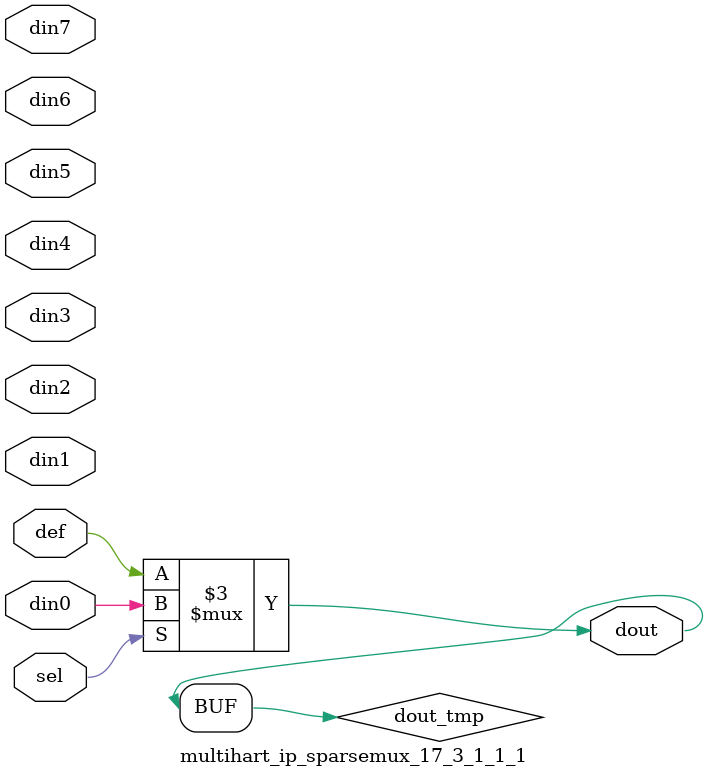
<source format=v>
`timescale 1ns / 1ps

module multihart_ip_sparsemux_17_3_1_1_1 (din0,din1,din2,din3,din4,din5,din6,din7,def,sel,dout);

parameter din0_WIDTH = 1;

parameter din1_WIDTH = 1;

parameter din2_WIDTH = 1;

parameter din3_WIDTH = 1;

parameter din4_WIDTH = 1;

parameter din5_WIDTH = 1;

parameter din6_WIDTH = 1;

parameter din7_WIDTH = 1;

parameter def_WIDTH = 1;
parameter sel_WIDTH = 1;
parameter dout_WIDTH = 1;

parameter [sel_WIDTH-1:0] CASE0 = 1;

parameter [sel_WIDTH-1:0] CASE1 = 1;

parameter [sel_WIDTH-1:0] CASE2 = 1;

parameter [sel_WIDTH-1:0] CASE3 = 1;

parameter [sel_WIDTH-1:0] CASE4 = 1;

parameter [sel_WIDTH-1:0] CASE5 = 1;

parameter [sel_WIDTH-1:0] CASE6 = 1;

parameter [sel_WIDTH-1:0] CASE7 = 1;

parameter ID = 1;
parameter NUM_STAGE = 1;



input [din0_WIDTH-1:0] din0;

input [din1_WIDTH-1:0] din1;

input [din2_WIDTH-1:0] din2;

input [din3_WIDTH-1:0] din3;

input [din4_WIDTH-1:0] din4;

input [din5_WIDTH-1:0] din5;

input [din6_WIDTH-1:0] din6;

input [din7_WIDTH-1:0] din7;

input [def_WIDTH-1:0] def;
input [sel_WIDTH-1:0] sel;

output [dout_WIDTH-1:0] dout;



reg [dout_WIDTH-1:0] dout_tmp;


always @ (*) begin
(* parallel_case *) case (sel)
    
    CASE0 : dout_tmp = din0;
    
    CASE1 : dout_tmp = din1;
    
    CASE2 : dout_tmp = din2;
    
    CASE3 : dout_tmp = din3;
    
    CASE4 : dout_tmp = din4;
    
    CASE5 : dout_tmp = din5;
    
    CASE6 : dout_tmp = din6;
    
    CASE7 : dout_tmp = din7;
    
    default : dout_tmp = def;
endcase
end


assign dout = dout_tmp;



endmodule

</source>
